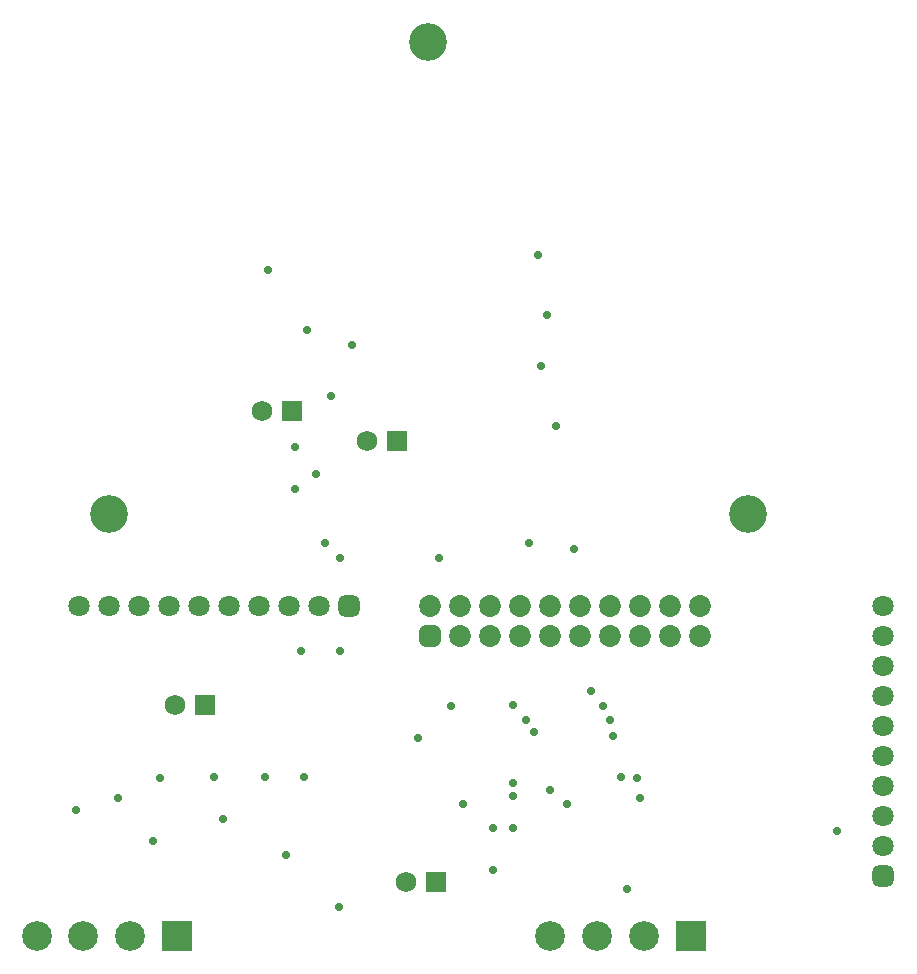
<source format=gbs>
G04*
G04 #@! TF.GenerationSoftware,Altium Limited,Altium Designer,21.6.4 (81)*
G04*
G04 Layer_Color=16711935*
%FSLAX23Y23*%
%MOIN*%
G70*
G04*
G04 #@! TF.SameCoordinates,B862E28A-B53C-4780-801C-F1A4676C09CD*
G04*
G04*
G04 #@! TF.FilePolarity,Negative*
G04*
G01*
G75*
%ADD53C,0.069*%
%ADD54R,0.069X0.069*%
%ADD55C,0.126*%
%ADD56C,0.073*%
G04:AMPARAMS|DCode=57|XSize=73mil|YSize=73mil|CornerRadius=20mil|HoleSize=0mil|Usage=FLASHONLY|Rotation=0.000|XOffset=0mil|YOffset=0mil|HoleType=Round|Shape=RoundedRectangle|*
%AMROUNDEDRECTD57*
21,1,0.073,0.032,0,0,0.0*
21,1,0.032,0.073,0,0,0.0*
1,1,0.040,0.016,-0.016*
1,1,0.040,-0.016,-0.016*
1,1,0.040,-0.016,0.016*
1,1,0.040,0.016,0.016*
%
%ADD57ROUNDEDRECTD57*%
%ADD58C,0.071*%
G04:AMPARAMS|DCode=59|XSize=71mil|YSize=71mil|CornerRadius=20mil|HoleSize=0mil|Usage=FLASHONLY|Rotation=180.000|XOffset=0mil|YOffset=0mil|HoleType=Round|Shape=RoundedRectangle|*
%AMROUNDEDRECTD59*
21,1,0.071,0.031,0,0,180.0*
21,1,0.031,0.071,0,0,180.0*
1,1,0.039,-0.016,0.016*
1,1,0.039,0.016,0.016*
1,1,0.039,0.016,-0.016*
1,1,0.039,-0.016,-0.016*
%
%ADD59ROUNDEDRECTD59*%
G04:AMPARAMS|DCode=60|XSize=71mil|YSize=71mil|CornerRadius=20mil|HoleSize=0mil|Usage=FLASHONLY|Rotation=90.000|XOffset=0mil|YOffset=0mil|HoleType=Round|Shape=RoundedRectangle|*
%AMROUNDEDRECTD60*
21,1,0.071,0.031,0,0,90.0*
21,1,0.031,0.071,0,0,90.0*
1,1,0.039,0.016,0.016*
1,1,0.039,0.016,-0.016*
1,1,0.039,-0.016,-0.016*
1,1,0.039,-0.016,0.016*
%
%ADD60ROUNDEDRECTD60*%
%ADD61C,0.099*%
%ADD62R,0.099X0.099*%
%ADD63C,0.028*%
D53*
X1390Y1850D02*
D03*
X1040Y1950D02*
D03*
X1520Y380D02*
D03*
X750Y970D02*
D03*
D54*
X1490Y1850D02*
D03*
X1140Y1950D02*
D03*
X1620Y380D02*
D03*
X850Y970D02*
D03*
D55*
X2658Y1605D02*
D03*
X1593Y3180D02*
D03*
X528Y1605D02*
D03*
D56*
X2300Y1300D02*
D03*
Y1200D02*
D03*
X2100Y1300D02*
D03*
Y1200D02*
D03*
X2000Y1300D02*
D03*
Y1200D02*
D03*
X1700Y1300D02*
D03*
Y1200D02*
D03*
X1600Y1300D02*
D03*
X1800Y1200D02*
D03*
Y1300D02*
D03*
X1900Y1200D02*
D03*
Y1300D02*
D03*
X2200Y1200D02*
D03*
Y1300D02*
D03*
X2400Y1200D02*
D03*
X2500D02*
D03*
X2400Y1300D02*
D03*
X2500D02*
D03*
D57*
X1600Y1200D02*
D03*
D58*
X630Y1300D02*
D03*
X730D02*
D03*
X930D02*
D03*
X1130D02*
D03*
X1230D02*
D03*
X1030D02*
D03*
X830D02*
D03*
X530D02*
D03*
X430D02*
D03*
X3110Y1100D02*
D03*
Y1000D02*
D03*
Y800D02*
D03*
Y600D02*
D03*
Y500D02*
D03*
Y700D02*
D03*
Y900D02*
D03*
Y1200D02*
D03*
Y1300D02*
D03*
D59*
X1330D02*
D03*
D60*
X3110Y400D02*
D03*
D61*
X2000Y200D02*
D03*
X2156D02*
D03*
X2312D02*
D03*
X600D02*
D03*
X444D02*
D03*
X288D02*
D03*
D62*
X2468D02*
D03*
X756D02*
D03*
D63*
X910Y590D02*
D03*
X880Y730D02*
D03*
X1270Y2000D02*
D03*
X420Y620D02*
D03*
X700Y725D02*
D03*
X675Y515D02*
D03*
X2955Y550D02*
D03*
X1875Y710D02*
D03*
Y665D02*
D03*
X2255Y355D02*
D03*
X2055Y640D02*
D03*
X1670Y965D02*
D03*
X1875Y560D02*
D03*
X2000Y685D02*
D03*
X2200Y920D02*
D03*
X2210Y865D02*
D03*
X2175Y965D02*
D03*
X2135Y1015D02*
D03*
X1875Y970D02*
D03*
X1920Y920D02*
D03*
X1945Y880D02*
D03*
X2300Y660D02*
D03*
X2290Y725D02*
D03*
X2235Y730D02*
D03*
X1295Y295D02*
D03*
X1810Y560D02*
D03*
Y420D02*
D03*
X1560Y860D02*
D03*
X1300Y1460D02*
D03*
X1630D02*
D03*
X1250Y1510D02*
D03*
X1930D02*
D03*
X1170Y1150D02*
D03*
X1300D02*
D03*
X2080Y1490D02*
D03*
X1340Y2170D02*
D03*
X1150Y1830D02*
D03*
Y1690D02*
D03*
X1220Y1740D02*
D03*
X1990Y2270D02*
D03*
X1970Y2100D02*
D03*
X1190Y2220D02*
D03*
X2020Y1900D02*
D03*
X1180Y730D02*
D03*
X1050D02*
D03*
X1060Y2420D02*
D03*
X1960Y2470D02*
D03*
X1710Y640D02*
D03*
X560Y660D02*
D03*
X1120Y470D02*
D03*
M02*

</source>
